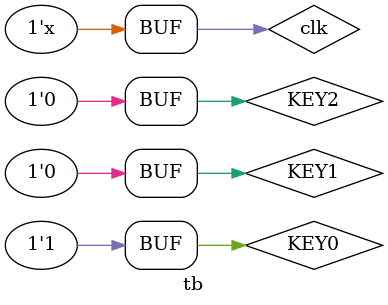
<source format=sv>
`timescale 10 ns/ 10 ns

module tb();

// test vector input registers
logic clk;
logic KEY0;
logic KEY1;
logic KEY2;
// wires                                               
logic [6:0]  HEX0;
logic [6:0]  HEX1;
logic [6:0]  HEX2;
logic [6:0]  HEX3;
logic [9:0]  LED_RED;


// assign statements (if any)                          
main testbench(
// port map - connection between master ports and signals/registers   
        .clk(clk),
        .KEY0(KEY0),
        .KEY1(KEY1),
        .KEY2(KEY2),
		  .HEX0(HEX0),
		  .HEX1(HEX1),
		  .HEX2(HEX2),
		  .HEX3(HEX3),
		  .LED_RED(LED_RED)
		  
		 
		  
);

initial                                                
begin        
  clk = 0;                                          
  KEY0 = 0;
  KEY1 = 0; 
  KEY2 = 0;  
                    
  # 200000000;
  KEY0 = 1;
  KEY1 = 0; 
  KEY2 = 0;  
               
  # 200000000;
  KEY0 = 0;
  KEY1 = 1; 
  KEY2 = 0;  
              
  # 200000000;
  KEY0 = 0;
  KEY1 = 1; 
  KEY2 = 0;  
                
  # 200000000;
  KEY0 = 1;
  KEY1 = 0; 
  KEY2 = 0;  
                      
  # 200000000;
  KEY0 = 1;
  KEY1 = 0; 
  KEY2 = 0;  
  $display("Running testbench");                       
  # 200000000;
end                                                    

always 
  #2  clk =  ! clk;    //создание clk                                                
 
endmodule

</source>
